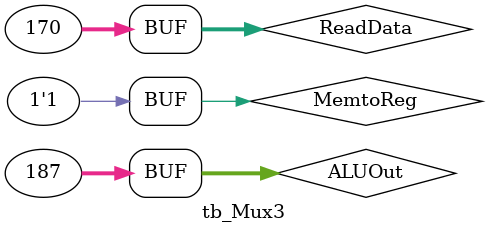
<source format=v>
module tb_Mux3 ;

	reg [31:0] ReadData, ALUOut;
	reg MemtoReg;	
	
	wire [31:0] WriteData_Reg;

Mux3 dut(.ReadData(ReadData), .ALUOut(ALUOut), .MemtoReg(MemtoReg), .WriteData_Reg(WriteData_Reg));

initial begin
#5 MemtoReg=0;ReadData=32'h000000AA;ALUOut=32'h000000BB;
#5 MemtoReg=1;ReadData=32'h000000AA;ALUOut=32'h000000BB;


end
	

endmodule

</source>
